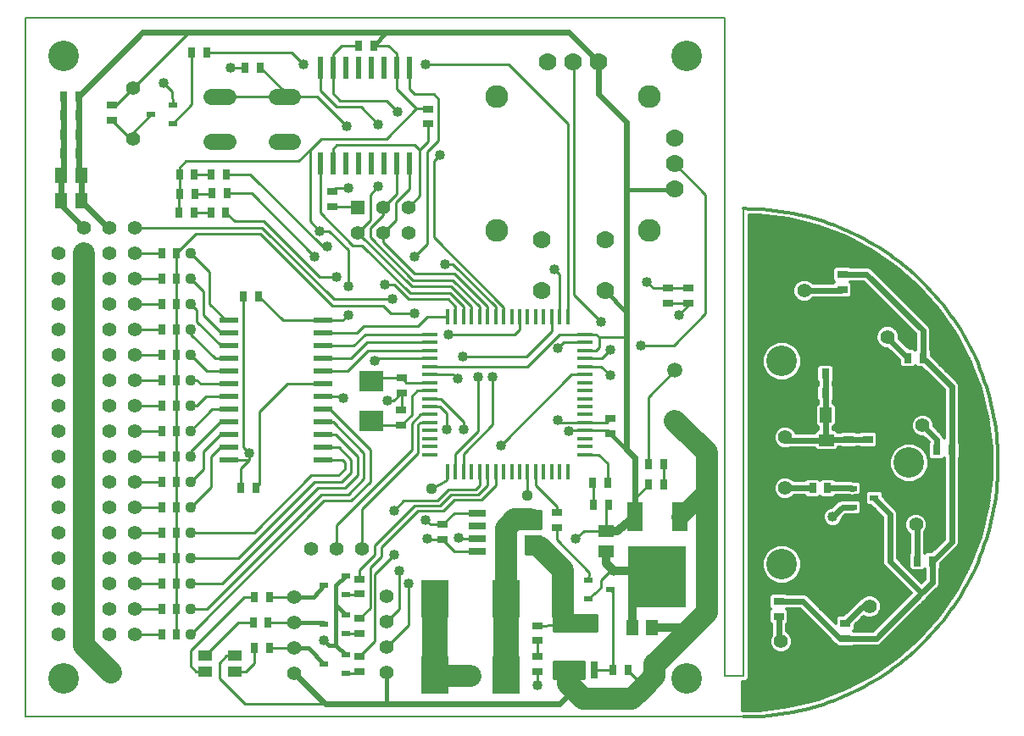
<source format=gtl>
G75*
%MOIN*%
%OFA0B0*%
%FSLAX24Y24*%
%IPPOS*%
%LPD*%
%AMOC8*
5,1,8,0,0,1.08239X$1,22.5*
%
%ADD10C,0.0120*%
%ADD11C,0.0080*%
%ADD12R,0.0394X0.0315*%
%ADD13R,0.0555X0.0555*%
%ADD14C,0.0555*%
%ADD15R,0.0315X0.0394*%
%ADD16R,0.0555X0.0555*%
%ADD17R,0.0591X0.0453*%
%ADD18R,0.0689X0.0256*%
%ADD19R,0.0453X0.0591*%
%ADD20R,0.0283X0.0701*%
%ADD21R,0.1100X0.1500*%
%ADD22C,0.1200*%
%ADD23C,0.0594*%
%ADD24R,0.0551X0.0433*%
%ADD25C,0.0900*%
%ADD26C,0.0700*%
%ADD27C,0.0640*%
%ADD28R,0.0236X0.0866*%
%ADD29R,0.0350X0.0236*%
%ADD30R,0.2283X0.2441*%
%ADD31R,0.0630X0.1181*%
%ADD32R,0.0160X0.0591*%
%ADD33R,0.0591X0.0160*%
%ADD34R,0.0945X0.0787*%
%ADD35R,0.0768X0.0217*%
%ADD36C,0.0440*%
%ADD37C,0.0240*%
%ADD38C,0.0100*%
%ADD39C,0.0400*%
%ADD40C,0.0320*%
%ADD41C,0.0160*%
%ADD42C,0.0860*%
%ADD43C,0.0700*%
%ADD44C,0.1000*%
%ADD45C,0.0650*%
%ADD46C,0.0436*%
D10*
X001556Y022274D02*
X001655Y022373D01*
X002245Y022373D02*
X002344Y022274D01*
X028400Y020974D02*
X028644Y020971D01*
X028887Y020962D01*
X029130Y020947D01*
X029373Y020927D01*
X029615Y020900D01*
X029856Y020867D01*
X030096Y020829D01*
X030336Y020785D01*
X030574Y020735D01*
X030811Y020679D01*
X031047Y020617D01*
X031281Y020550D01*
X031513Y020477D01*
X031744Y020398D01*
X031972Y020314D01*
X032199Y020224D01*
X032423Y020129D01*
X032645Y020028D01*
X032864Y019922D01*
X033080Y019811D01*
X033294Y019694D01*
X033505Y019573D01*
X033713Y019446D01*
X033918Y019314D01*
X034119Y019177D01*
X034317Y019035D01*
X034512Y018889D01*
X034703Y018738D01*
X034890Y018582D01*
X035073Y018422D01*
X035253Y018257D01*
X035428Y018088D01*
X035599Y017915D01*
X035766Y017737D01*
X035928Y017556D01*
X036086Y017371D01*
X036240Y017182D01*
X036389Y016989D01*
X036533Y016793D01*
X036672Y016593D01*
X036807Y016390D01*
X036936Y016183D01*
X037060Y015974D01*
X037179Y015762D01*
X037293Y015546D01*
X037402Y015329D01*
X037505Y015108D01*
X037603Y014885D01*
X037696Y014660D01*
X037783Y014432D01*
X037864Y014203D01*
X037940Y013971D01*
X038010Y013738D01*
X038075Y013503D01*
X038134Y013267D01*
X038187Y013029D01*
X038234Y012790D01*
X038275Y012550D01*
X038310Y012309D01*
X038340Y012068D01*
X038364Y011825D01*
X038381Y011582D01*
X038393Y011339D01*
X038399Y011096D01*
X038399Y010852D01*
X038393Y010609D01*
X038381Y010366D01*
X038364Y010123D01*
X038340Y009880D01*
X038310Y009639D01*
X038275Y009398D01*
X038234Y009158D01*
X038187Y008919D01*
X038134Y008681D01*
X038075Y008445D01*
X038010Y008210D01*
X037940Y007977D01*
X037864Y007745D01*
X037783Y007516D01*
X037696Y007288D01*
X037603Y007063D01*
X037505Y006840D01*
X037402Y006619D01*
X037293Y006402D01*
X037179Y006186D01*
X037060Y005974D01*
X036936Y005765D01*
X036807Y005558D01*
X036672Y005355D01*
X036533Y005155D01*
X036389Y004959D01*
X036240Y004766D01*
X036086Y004577D01*
X035928Y004392D01*
X035766Y004211D01*
X035599Y004033D01*
X035428Y003860D01*
X035253Y003691D01*
X035073Y003526D01*
X034890Y003366D01*
X034703Y003210D01*
X034512Y003059D01*
X034317Y002913D01*
X034119Y002771D01*
X033918Y002634D01*
X033713Y002502D01*
X033505Y002375D01*
X033294Y002254D01*
X033080Y002137D01*
X032864Y002026D01*
X032645Y001920D01*
X032423Y001819D01*
X032199Y001724D01*
X031972Y001634D01*
X031744Y001550D01*
X031513Y001471D01*
X031281Y001398D01*
X031047Y001331D01*
X030811Y001269D01*
X030574Y001213D01*
X030336Y001163D01*
X030096Y001119D01*
X029856Y001081D01*
X029615Y001048D01*
X029373Y001021D01*
X029130Y001001D01*
X028887Y000986D01*
X028644Y000977D01*
X028400Y000974D01*
X028400Y001214D02*
X028363Y001214D01*
X028344Y002354D01*
X028491Y002354D01*
X028620Y002483D01*
X028620Y020727D01*
X028989Y020716D01*
X030159Y020574D01*
X031304Y020292D01*
X032406Y019874D01*
X033449Y019327D01*
X034419Y018657D01*
X035301Y017875D01*
X036083Y016993D01*
X036752Y016023D01*
X037300Y014980D01*
X037718Y013878D01*
X038000Y012733D01*
X038142Y011563D01*
X038142Y010385D01*
X038000Y009215D01*
X037718Y008071D01*
X037300Y006969D01*
X036752Y005925D01*
X036083Y004955D01*
X035301Y004073D01*
X034419Y003291D01*
X033449Y002622D01*
X032406Y002074D01*
X031304Y001656D01*
X030159Y001374D01*
X028989Y001232D01*
X028400Y001214D01*
X028361Y001330D02*
X029794Y001330D01*
X030460Y001448D02*
X028359Y001448D01*
X028357Y001567D02*
X030941Y001567D01*
X031380Y001685D02*
X028355Y001685D01*
X028353Y001804D02*
X031693Y001804D01*
X032005Y001922D02*
X028351Y001922D01*
X028349Y002041D02*
X032318Y002041D01*
X032568Y002159D02*
X028347Y002159D01*
X028345Y002278D02*
X032794Y002278D01*
X033019Y002396D02*
X028533Y002396D01*
X028620Y002515D02*
X033245Y002515D01*
X033466Y002633D02*
X028620Y002633D01*
X028620Y002752D02*
X033637Y002752D01*
X033809Y002870D02*
X028620Y002870D01*
X028620Y002989D02*
X033981Y002989D01*
X034152Y003107D02*
X028620Y003107D01*
X028620Y003226D02*
X034324Y003226D01*
X034479Y003344D02*
X028620Y003344D01*
X028620Y003463D02*
X034613Y003463D01*
X034746Y003581D02*
X030150Y003581D01*
X030126Y003557D02*
X030255Y003686D01*
X030325Y003854D01*
X030325Y004036D01*
X030255Y004204D01*
X030126Y004333D01*
X030075Y004354D01*
X030075Y004620D01*
X030152Y004697D01*
X030152Y005161D01*
X030093Y005219D01*
X030605Y005219D01*
X032025Y003800D01*
X032060Y003785D01*
X032129Y003716D01*
X032671Y003716D01*
X032709Y003754D01*
X033664Y003754D01*
X033775Y003800D01*
X033859Y003884D01*
X035570Y005595D01*
X035654Y005679D01*
X035654Y005679D01*
X036075Y006099D01*
X036120Y006210D01*
X036120Y006790D01*
X036158Y006828D01*
X036158Y007012D01*
X036825Y007679D01*
X036870Y007789D01*
X036870Y011165D01*
X038142Y011165D01*
X038142Y011047D02*
X036870Y011047D01*
X036870Y011165D02*
X036908Y011203D01*
X036908Y011746D01*
X036870Y011783D01*
X036870Y014034D01*
X036825Y014144D01*
X036740Y014228D01*
X035783Y015186D01*
X035783Y015371D01*
X035745Y015408D01*
X035745Y016239D01*
X035700Y016349D01*
X035615Y016433D01*
X033484Y018564D01*
X033484Y018564D01*
X033400Y018649D01*
X033289Y018694D01*
X032584Y018694D01*
X032546Y018732D01*
X032004Y018732D01*
X031898Y018626D01*
X031898Y018162D01*
X031961Y018099D01*
X031907Y018045D01*
X031130Y018045D01*
X031042Y018133D01*
X030874Y018202D01*
X030692Y018202D01*
X030524Y018133D01*
X030395Y018004D01*
X030325Y017836D01*
X030325Y017654D01*
X030395Y017486D01*
X030524Y017357D01*
X030692Y017287D01*
X030874Y017287D01*
X031042Y017357D01*
X031130Y017445D01*
X032276Y017445D01*
X032328Y017466D01*
X032546Y017466D01*
X032652Y017572D01*
X032652Y018036D01*
X032593Y018094D01*
X033105Y018094D01*
X035145Y016055D01*
X035145Y015417D01*
X035087Y015476D01*
X034902Y015476D01*
X034514Y015865D01*
X034514Y016014D01*
X034444Y016182D01*
X034315Y016311D01*
X034147Y016381D01*
X033965Y016381D01*
X033797Y016311D01*
X033668Y016182D01*
X033599Y016014D01*
X033599Y015832D01*
X033668Y015664D01*
X033797Y015535D01*
X033965Y015466D01*
X034064Y015466D01*
X034517Y015012D01*
X034517Y014828D01*
X034623Y014722D01*
X035087Y014722D01*
X035150Y014786D01*
X035213Y014722D01*
X035398Y014722D01*
X036270Y013850D01*
X036270Y011973D01*
X036234Y012061D01*
X036150Y012145D01*
X035887Y012408D01*
X035887Y012532D01*
X035817Y012700D01*
X035689Y012829D01*
X035520Y012899D01*
X035338Y012899D01*
X035170Y012829D01*
X035042Y012700D01*
X034972Y012532D01*
X034972Y012350D01*
X031931Y012350D01*
X031931Y012374D02*
X031932Y012374D01*
X032038Y012479D01*
X032038Y013219D01*
X031932Y013324D01*
X031905Y013324D01*
X031905Y013415D01*
X031942Y013453D01*
X031942Y013996D01*
X031905Y014033D01*
X031905Y014165D01*
X031942Y014203D01*
X031942Y014746D01*
X031837Y014851D01*
X031373Y014851D01*
X031267Y014746D01*
X031267Y014203D01*
X031305Y014165D01*
X031305Y014033D01*
X031267Y013996D01*
X031267Y013453D01*
X031305Y013415D01*
X031305Y013299D01*
X031225Y013219D01*
X031225Y012479D01*
X031330Y012374D01*
X031331Y012374D01*
X031331Y012274D01*
X031280Y012274D01*
X031175Y012169D01*
X031175Y012168D01*
X030440Y012168D01*
X030413Y012233D01*
X030284Y012362D01*
X030116Y012432D01*
X029934Y012432D01*
X029766Y012362D01*
X029637Y012233D01*
X029568Y012065D01*
X029568Y011883D01*
X029637Y011715D01*
X029766Y011586D01*
X029934Y011517D01*
X030116Y011517D01*
X030240Y011568D01*
X031175Y011568D01*
X031175Y011567D01*
X031280Y011461D01*
X032020Y011461D01*
X032125Y011567D01*
X032125Y011594D01*
X032216Y011594D01*
X032254Y011557D01*
X032796Y011557D01*
X032834Y011594D01*
X032966Y011594D01*
X033004Y011557D01*
X033546Y011557D01*
X033652Y011662D01*
X033652Y012126D01*
X033546Y012232D01*
X033004Y012232D01*
X032966Y012194D01*
X032834Y012194D01*
X032796Y012232D01*
X032254Y012232D01*
X032216Y012194D01*
X032100Y012194D01*
X032020Y012274D01*
X031931Y012274D01*
X031931Y012374D01*
X032027Y012469D02*
X034972Y012469D01*
X034972Y012350D02*
X035042Y012182D01*
X035170Y012053D01*
X035338Y011984D01*
X035463Y011984D01*
X035672Y011775D01*
X035642Y011746D01*
X035642Y011220D01*
X035561Y011416D01*
X035342Y011635D01*
X035055Y011754D01*
X034745Y011754D01*
X034458Y011635D01*
X034239Y011416D01*
X034120Y011129D01*
X034120Y010819D01*
X034239Y010532D01*
X034458Y010313D01*
X034745Y010194D01*
X035055Y010194D01*
X035342Y010313D01*
X035561Y010532D01*
X035680Y010819D01*
X035680Y011129D01*
X035655Y011190D01*
X035748Y011097D01*
X036212Y011097D01*
X036270Y011156D01*
X036270Y007973D01*
X035773Y007476D01*
X035588Y007476D01*
X035530Y007417D01*
X035530Y008253D01*
X035558Y008282D01*
X035628Y008450D01*
X035628Y008632D01*
X035558Y008800D01*
X035430Y008929D01*
X035262Y008999D01*
X035080Y008999D01*
X034911Y008929D01*
X034783Y008800D01*
X034713Y008632D01*
X034713Y008450D01*
X034783Y008282D01*
X034911Y008153D01*
X034930Y008146D01*
X034930Y007408D01*
X034892Y007371D01*
X034892Y006828D01*
X034998Y006722D01*
X035462Y006722D01*
X035520Y006781D01*
X035520Y006394D01*
X035400Y006273D01*
X034450Y007223D01*
X034450Y008939D01*
X034451Y008995D01*
X034450Y008999D01*
X034450Y009003D01*
X034429Y009054D01*
X034408Y009107D01*
X034406Y009109D01*
X034404Y009113D01*
X034365Y009152D01*
X033880Y009661D01*
X033880Y009792D01*
X033775Y009897D01*
X033593Y009897D01*
X033592Y009898D01*
X033473Y009900D01*
X033464Y009897D01*
X033275Y009897D01*
X033170Y009792D01*
X033170Y009406D01*
X033275Y009301D01*
X033395Y009301D01*
X033850Y008823D01*
X033850Y007039D01*
X033896Y006929D01*
X033980Y006845D01*
X034976Y005849D01*
X033480Y004354D01*
X032718Y004354D01*
X032777Y004412D01*
X032777Y004597D01*
X033104Y004924D01*
X033258Y004861D01*
X033440Y004861D01*
X033608Y004930D01*
X033737Y005059D01*
X033806Y005227D01*
X033806Y005409D01*
X033737Y005577D01*
X033608Y005706D01*
X033440Y005776D01*
X033258Y005776D01*
X033090Y005706D01*
X032993Y005610D01*
X032904Y005572D01*
X032313Y004982D01*
X032129Y004982D01*
X032023Y004876D01*
X032023Y004650D01*
X030984Y005689D01*
X030900Y005774D01*
X030789Y005819D01*
X030084Y005819D01*
X030046Y005857D01*
X029504Y005857D01*
X029398Y005751D01*
X029398Y005287D01*
X029461Y005224D01*
X029398Y005161D01*
X029398Y004697D01*
X029475Y004620D01*
X029475Y004194D01*
X029410Y004036D01*
X029410Y003854D01*
X029479Y003686D01*
X029608Y003557D01*
X029776Y003487D01*
X029958Y003487D01*
X030126Y003557D01*
X030261Y003700D02*
X034880Y003700D01*
X035014Y003818D02*
X033793Y003818D01*
X033912Y003937D02*
X035148Y003937D01*
X035281Y004055D02*
X034030Y004055D01*
X034149Y004174D02*
X035391Y004174D01*
X035496Y004292D02*
X034267Y004292D01*
X034386Y004411D02*
X035601Y004411D01*
X035706Y004529D02*
X034504Y004529D01*
X034623Y004648D02*
X035811Y004648D01*
X035916Y004766D02*
X034741Y004766D01*
X034860Y004885D02*
X036021Y004885D01*
X036116Y005003D02*
X034978Y005003D01*
X035097Y005122D02*
X036198Y005122D01*
X036280Y005240D02*
X035215Y005240D01*
X035334Y005359D02*
X036362Y005359D01*
X036443Y005477D02*
X035452Y005477D01*
X035570Y005595D02*
X035570Y005595D01*
X035571Y005596D02*
X036525Y005596D01*
X036607Y005714D02*
X035689Y005714D01*
X035808Y005833D02*
X036689Y005833D01*
X036766Y005951D02*
X035926Y005951D01*
X036045Y006070D02*
X036828Y006070D01*
X036891Y006188D02*
X036111Y006188D01*
X036120Y006307D02*
X036953Y006307D01*
X037015Y006425D02*
X036120Y006425D01*
X036120Y006544D02*
X037077Y006544D01*
X037139Y006662D02*
X036120Y006662D01*
X036120Y006781D02*
X037202Y006781D01*
X037264Y006899D02*
X036158Y006899D01*
X036163Y007018D02*
X037319Y007018D01*
X037364Y007136D02*
X036282Y007136D01*
X036400Y007255D02*
X037409Y007255D01*
X037454Y007373D02*
X036519Y007373D01*
X036637Y007492D02*
X037499Y007492D01*
X037543Y007610D02*
X036756Y007610D01*
X036845Y007729D02*
X037588Y007729D01*
X037633Y007847D02*
X036870Y007847D01*
X036870Y007966D02*
X037678Y007966D01*
X037721Y008084D02*
X036870Y008084D01*
X036870Y008203D02*
X037751Y008203D01*
X037780Y008321D02*
X036870Y008321D01*
X036870Y008440D02*
X037809Y008440D01*
X037838Y008558D02*
X036870Y008558D01*
X036870Y008677D02*
X037867Y008677D01*
X037897Y008795D02*
X036870Y008795D01*
X036870Y008914D02*
X037926Y008914D01*
X037955Y009032D02*
X036870Y009032D01*
X036870Y009151D02*
X037984Y009151D01*
X038007Y009269D02*
X036870Y009269D01*
X036870Y009388D02*
X038021Y009388D01*
X038036Y009506D02*
X036870Y009506D01*
X036870Y009625D02*
X038050Y009625D01*
X038064Y009743D02*
X036870Y009743D01*
X036870Y009862D02*
X038079Y009862D01*
X038093Y009980D02*
X036870Y009980D01*
X036870Y010099D02*
X038107Y010099D01*
X038122Y010217D02*
X036870Y010217D01*
X036870Y010336D02*
X038136Y010336D01*
X038142Y010454D02*
X036870Y010454D01*
X036870Y010573D02*
X038142Y010573D01*
X038142Y010691D02*
X036870Y010691D01*
X036870Y010810D02*
X038142Y010810D01*
X038142Y010928D02*
X036870Y010928D01*
X036908Y011284D02*
X038142Y011284D01*
X038142Y011402D02*
X036908Y011402D01*
X036908Y011521D02*
X038142Y011521D01*
X038133Y011639D02*
X036908Y011639D01*
X036896Y011758D02*
X038119Y011758D01*
X038104Y011876D02*
X036870Y011876D01*
X036870Y011995D02*
X038090Y011995D01*
X038075Y012113D02*
X036870Y012113D01*
X036870Y012232D02*
X038061Y012232D01*
X038047Y012350D02*
X036870Y012350D01*
X036870Y012469D02*
X038032Y012469D01*
X038018Y012587D02*
X036870Y012587D01*
X036870Y012706D02*
X038004Y012706D01*
X037978Y012824D02*
X036870Y012824D01*
X036870Y012943D02*
X037949Y012943D01*
X037919Y013061D02*
X036870Y013061D01*
X036870Y013180D02*
X037890Y013180D01*
X037861Y013298D02*
X036870Y013298D01*
X036870Y013417D02*
X037832Y013417D01*
X037803Y013535D02*
X036870Y013535D01*
X036870Y013654D02*
X037773Y013654D01*
X037744Y013772D02*
X036870Y013772D01*
X036870Y013891D02*
X037713Y013891D01*
X037668Y014009D02*
X036870Y014009D01*
X036831Y014128D02*
X037623Y014128D01*
X037578Y014246D02*
X036723Y014246D01*
X036740Y014228D02*
X036740Y014228D01*
X036604Y014365D02*
X037533Y014365D01*
X037488Y014483D02*
X036486Y014483D01*
X036367Y014602D02*
X037444Y014602D01*
X037399Y014720D02*
X036249Y014720D01*
X036130Y014839D02*
X037354Y014839D01*
X037309Y014957D02*
X036012Y014957D01*
X035893Y015076D02*
X037250Y015076D01*
X037188Y015194D02*
X035783Y015194D01*
X035783Y015313D02*
X037125Y015313D01*
X037063Y015431D02*
X035745Y015431D01*
X035745Y015550D02*
X037001Y015550D01*
X036939Y015668D02*
X035745Y015668D01*
X035745Y015787D02*
X036877Y015787D01*
X036814Y015905D02*
X035745Y015905D01*
X035745Y016024D02*
X036752Y016024D01*
X036670Y016142D02*
X035745Y016142D01*
X035736Y016261D02*
X036589Y016261D01*
X036507Y016379D02*
X035669Y016379D01*
X035615Y016433D02*
X035615Y016433D01*
X035551Y016498D02*
X036425Y016498D01*
X036343Y016616D02*
X035432Y016616D01*
X035314Y016735D02*
X036261Y016735D01*
X036180Y016853D02*
X035195Y016853D01*
X035077Y016972D02*
X036098Y016972D01*
X035997Y017090D02*
X034958Y017090D01*
X034840Y017209D02*
X035892Y017209D01*
X035787Y017327D02*
X034721Y017327D01*
X034603Y017446D02*
X035682Y017446D01*
X035577Y017564D02*
X034484Y017564D01*
X034366Y017683D02*
X035472Y017683D01*
X035367Y017801D02*
X034247Y017801D01*
X034129Y017920D02*
X035251Y017920D01*
X035118Y018038D02*
X034010Y018038D01*
X033892Y018157D02*
X034984Y018157D01*
X034850Y018275D02*
X033773Y018275D01*
X033655Y018394D02*
X034716Y018394D01*
X034583Y018512D02*
X033536Y018512D01*
X033418Y018631D02*
X034449Y018631D01*
X034286Y018749D02*
X028620Y018749D01*
X028620Y018631D02*
X031902Y018631D01*
X031898Y018512D02*
X028620Y018512D01*
X028620Y018394D02*
X031898Y018394D01*
X031898Y018275D02*
X028620Y018275D01*
X028620Y018157D02*
X030582Y018157D01*
X030429Y018038D02*
X028620Y018038D01*
X028620Y017920D02*
X030360Y017920D01*
X030325Y017801D02*
X028620Y017801D01*
X028620Y017683D02*
X030325Y017683D01*
X030363Y017564D02*
X028620Y017564D01*
X028620Y017446D02*
X030435Y017446D01*
X030596Y017327D02*
X028620Y017327D01*
X028620Y017209D02*
X033991Y017209D01*
X033873Y017327D02*
X030970Y017327D01*
X030984Y018157D02*
X031904Y018157D01*
X032650Y018038D02*
X033162Y018038D01*
X033280Y017920D02*
X032652Y017920D01*
X032652Y017801D02*
X033399Y017801D01*
X033517Y017683D02*
X032652Y017683D01*
X032644Y017564D02*
X033636Y017564D01*
X033754Y017446D02*
X032278Y017446D01*
X033747Y016261D02*
X028620Y016261D01*
X028620Y016379D02*
X033962Y016379D01*
X034150Y016379D02*
X034821Y016379D01*
X034939Y016261D02*
X034365Y016261D01*
X034460Y016142D02*
X035058Y016142D01*
X035145Y016024D02*
X034510Y016024D01*
X034514Y015905D02*
X035145Y015905D01*
X035145Y015787D02*
X034591Y015787D01*
X034710Y015668D02*
X035145Y015668D01*
X035145Y015550D02*
X034828Y015550D01*
X035132Y015431D02*
X035145Y015431D01*
X034517Y014957D02*
X030680Y014957D01*
X030680Y014839D02*
X031360Y014839D01*
X031267Y014720D02*
X030639Y014720D01*
X030680Y014819D02*
X030561Y014532D01*
X030342Y014313D01*
X030055Y014194D01*
X029745Y014194D01*
X029458Y014313D01*
X029239Y014532D01*
X029120Y014819D01*
X029120Y015129D01*
X029239Y015416D01*
X029458Y015635D01*
X029745Y015754D01*
X030055Y015754D01*
X030342Y015635D01*
X030561Y015416D01*
X030680Y015129D01*
X030680Y014819D01*
X030590Y014602D02*
X031267Y014602D01*
X031267Y014483D02*
X030512Y014483D01*
X030394Y014365D02*
X031267Y014365D01*
X031267Y014246D02*
X030181Y014246D01*
X029619Y014246D02*
X028620Y014246D01*
X028620Y014128D02*
X031305Y014128D01*
X031281Y014009D02*
X028620Y014009D01*
X028620Y013891D02*
X031267Y013891D01*
X031267Y013772D02*
X028620Y013772D01*
X028620Y013654D02*
X031267Y013654D01*
X031267Y013535D02*
X028620Y013535D01*
X028620Y013417D02*
X031303Y013417D01*
X031304Y013298D02*
X028620Y013298D01*
X028620Y013180D02*
X031225Y013180D01*
X031225Y013061D02*
X028620Y013061D01*
X028620Y012943D02*
X031225Y012943D01*
X031225Y012824D02*
X028620Y012824D01*
X028620Y012706D02*
X031225Y012706D01*
X031225Y012587D02*
X028620Y012587D01*
X028620Y012469D02*
X031236Y012469D01*
X031331Y012350D02*
X030296Y012350D01*
X030414Y012232D02*
X031238Y012232D01*
X031221Y011521D02*
X030126Y011521D01*
X029924Y011521D02*
X028620Y011521D01*
X028620Y011639D02*
X029713Y011639D01*
X029619Y011758D02*
X028620Y011758D01*
X028620Y011876D02*
X029570Y011876D01*
X029568Y011995D02*
X028620Y011995D01*
X028620Y012113D02*
X029587Y012113D01*
X029636Y012232D02*
X028620Y012232D01*
X028620Y012350D02*
X029754Y012350D01*
X028620Y011402D02*
X034233Y011402D01*
X034184Y011284D02*
X028620Y011284D01*
X028620Y011165D02*
X034135Y011165D01*
X034120Y011047D02*
X028620Y011047D01*
X028620Y010928D02*
X034120Y010928D01*
X034124Y010810D02*
X028620Y010810D01*
X028620Y010691D02*
X034173Y010691D01*
X034222Y010573D02*
X028620Y010573D01*
X028620Y010454D02*
X034317Y010454D01*
X034435Y010336D02*
X031943Y010336D01*
X031927Y010351D02*
X031463Y010351D01*
X031400Y010288D01*
X031337Y010351D01*
X030873Y010351D01*
X030796Y010274D01*
X030372Y010274D01*
X030284Y010362D01*
X030116Y010432D01*
X029934Y010432D01*
X029766Y010362D01*
X029637Y010233D01*
X029568Y010065D01*
X029568Y009883D01*
X029637Y009715D01*
X029766Y009586D01*
X029934Y009517D01*
X030116Y009517D01*
X030284Y009586D01*
X030372Y009674D01*
X030796Y009674D01*
X030873Y009597D01*
X031337Y009597D01*
X031400Y009661D01*
X031463Y009597D01*
X031927Y009597D01*
X032004Y009674D01*
X032569Y009674D01*
X032572Y009673D01*
X032735Y009673D01*
X032739Y009675D01*
X032925Y009675D01*
X033030Y009780D01*
X033030Y010166D01*
X032925Y010271D01*
X032739Y010271D01*
X032735Y010273D01*
X032692Y010273D01*
X032690Y010274D01*
X032004Y010274D01*
X031927Y010351D01*
X031448Y010336D02*
X031352Y010336D01*
X030857Y010336D02*
X030310Y010336D01*
X029740Y010336D02*
X028620Y010336D01*
X028620Y010217D02*
X029630Y010217D01*
X029581Y010099D02*
X028620Y010099D01*
X028620Y009980D02*
X029568Y009980D01*
X029576Y009862D02*
X028620Y009862D01*
X028620Y009743D02*
X029626Y009743D01*
X029728Y009625D02*
X028620Y009625D01*
X028620Y009506D02*
X032171Y009506D01*
X032216Y009525D02*
X032106Y009479D01*
X031856Y009229D01*
X031824Y009229D01*
X031685Y009171D01*
X031578Y009064D01*
X031520Y008925D01*
X031520Y008774D01*
X031578Y008634D01*
X031685Y008527D01*
X031824Y008469D01*
X031976Y008469D01*
X032115Y008527D01*
X032222Y008634D01*
X032280Y008774D01*
X032280Y008805D01*
X032400Y008925D01*
X032735Y008925D01*
X032739Y008927D01*
X032925Y008927D01*
X033030Y009032D01*
X033651Y009032D01*
X033764Y008914D02*
X032389Y008914D01*
X032280Y008795D02*
X033850Y008795D01*
X033850Y008677D02*
X032240Y008677D01*
X032146Y008558D02*
X033850Y008558D01*
X033850Y008440D02*
X028620Y008440D01*
X028620Y008558D02*
X031654Y008558D01*
X031560Y008677D02*
X028620Y008677D01*
X028620Y008795D02*
X031520Y008795D01*
X031520Y008914D02*
X028620Y008914D01*
X028620Y009032D02*
X031565Y009032D01*
X031664Y009151D02*
X028620Y009151D01*
X028620Y009269D02*
X031896Y009269D01*
X032014Y009388D02*
X028620Y009388D01*
X028620Y008321D02*
X033850Y008321D01*
X033850Y008203D02*
X028620Y008203D01*
X028620Y008084D02*
X033850Y008084D01*
X033850Y007966D02*
X028620Y007966D01*
X028620Y007847D02*
X033850Y007847D01*
X033850Y007729D02*
X030117Y007729D01*
X030055Y007754D02*
X030342Y007635D01*
X030561Y007416D01*
X030680Y007129D01*
X030680Y006819D01*
X030561Y006532D01*
X030342Y006313D01*
X030055Y006194D01*
X029745Y006194D01*
X029458Y006313D01*
X029239Y006532D01*
X029120Y006819D01*
X029120Y007129D01*
X029239Y007416D01*
X029458Y007635D01*
X029745Y007754D01*
X030055Y007754D01*
X030367Y007610D02*
X033850Y007610D01*
X033850Y007492D02*
X030486Y007492D01*
X030579Y007373D02*
X033850Y007373D01*
X033850Y007255D02*
X030628Y007255D01*
X030677Y007136D02*
X033850Y007136D01*
X033859Y007018D02*
X030680Y007018D01*
X030680Y006899D02*
X033926Y006899D01*
X034044Y006781D02*
X030664Y006781D01*
X030615Y006662D02*
X034163Y006662D01*
X034281Y006544D02*
X030566Y006544D01*
X030454Y006425D02*
X034400Y006425D01*
X034518Y006307D02*
X030327Y006307D01*
X030071Y005833D02*
X034959Y005833D01*
X034874Y005951D02*
X028620Y005951D01*
X028620Y005833D02*
X029479Y005833D01*
X029398Y005714D02*
X028620Y005714D01*
X028620Y005596D02*
X029398Y005596D01*
X029398Y005477D02*
X028620Y005477D01*
X028620Y005359D02*
X029398Y005359D01*
X029445Y005240D02*
X028620Y005240D01*
X028620Y005122D02*
X029398Y005122D01*
X029398Y005003D02*
X028620Y005003D01*
X028620Y004885D02*
X029398Y004885D01*
X029398Y004766D02*
X028620Y004766D01*
X028620Y004648D02*
X029447Y004648D01*
X029475Y004529D02*
X028620Y004529D01*
X028620Y004411D02*
X029475Y004411D01*
X029475Y004292D02*
X028620Y004292D01*
X028620Y004174D02*
X029467Y004174D01*
X029418Y004055D02*
X028620Y004055D01*
X028620Y003937D02*
X029410Y003937D01*
X029424Y003818D02*
X028620Y003818D01*
X028620Y003700D02*
X029473Y003700D01*
X029584Y003581D02*
X028620Y003581D01*
X030075Y004411D02*
X031414Y004411D01*
X031296Y004529D02*
X030075Y004529D01*
X030103Y004648D02*
X031177Y004648D01*
X031059Y004766D02*
X030152Y004766D01*
X030152Y004885D02*
X030940Y004885D01*
X030822Y005003D02*
X030152Y005003D01*
X030152Y005122D02*
X030703Y005122D01*
X031078Y005596D02*
X032960Y005596D01*
X033110Y005714D02*
X030959Y005714D01*
X031196Y005477D02*
X032808Y005477D01*
X032690Y005359D02*
X031315Y005359D01*
X031433Y005240D02*
X032571Y005240D01*
X032453Y005122D02*
X031552Y005122D01*
X031670Y005003D02*
X032334Y005003D01*
X032031Y004885D02*
X031789Y004885D01*
X031907Y004766D02*
X032023Y004766D01*
X031533Y004292D02*
X030167Y004292D01*
X030267Y004174D02*
X031651Y004174D01*
X031770Y004055D02*
X030316Y004055D01*
X030325Y003937D02*
X031888Y003937D01*
X032007Y003818D02*
X030310Y003818D01*
X032775Y004411D02*
X033537Y004411D01*
X033656Y004529D02*
X032777Y004529D01*
X032827Y004648D02*
X033774Y004648D01*
X033893Y004766D02*
X032946Y004766D01*
X033064Y004885D02*
X033200Y004885D01*
X033498Y004885D02*
X034011Y004885D01*
X034130Y005003D02*
X033681Y005003D01*
X033763Y005122D02*
X034248Y005122D01*
X034367Y005240D02*
X033806Y005240D01*
X033806Y005359D02*
X034485Y005359D01*
X034604Y005477D02*
X033778Y005477D01*
X033718Y005596D02*
X034722Y005596D01*
X034841Y005714D02*
X033588Y005714D01*
X034637Y006188D02*
X028620Y006188D01*
X028620Y006070D02*
X034755Y006070D01*
X035130Y006544D02*
X035520Y006544D01*
X035520Y006662D02*
X035011Y006662D01*
X034939Y006781D02*
X034893Y006781D01*
X034892Y006899D02*
X034774Y006899D01*
X034656Y007018D02*
X034892Y007018D01*
X034892Y007136D02*
X034537Y007136D01*
X034450Y007255D02*
X034892Y007255D01*
X034895Y007373D02*
X034450Y007373D01*
X034450Y007492D02*
X034930Y007492D01*
X034930Y007610D02*
X034450Y007610D01*
X034450Y007729D02*
X034930Y007729D01*
X034930Y007847D02*
X034450Y007847D01*
X034450Y007966D02*
X034930Y007966D01*
X034930Y008084D02*
X034450Y008084D01*
X034450Y008203D02*
X034862Y008203D01*
X034767Y008321D02*
X034450Y008321D01*
X034450Y008440D02*
X034717Y008440D01*
X034713Y008558D02*
X034450Y008558D01*
X034450Y008677D02*
X034732Y008677D01*
X034781Y008795D02*
X034450Y008795D01*
X034450Y008914D02*
X034896Y008914D01*
X035445Y008914D02*
X036270Y008914D01*
X036270Y009032D02*
X034438Y009032D01*
X034366Y009151D02*
X036270Y009151D01*
X036270Y009269D02*
X034254Y009269D01*
X034141Y009388D02*
X036270Y009388D01*
X036270Y009506D02*
X034028Y009506D01*
X033915Y009625D02*
X036270Y009625D01*
X036270Y009743D02*
X033880Y009743D01*
X033810Y009862D02*
X036270Y009862D01*
X036270Y009980D02*
X033030Y009980D01*
X033030Y009862D02*
X033240Y009862D01*
X033170Y009743D02*
X032993Y009743D01*
X033170Y009625D02*
X031955Y009625D01*
X032216Y009525D02*
X032735Y009525D01*
X032739Y009523D01*
X032925Y009523D01*
X033030Y009418D01*
X033030Y009032D01*
X033030Y009151D02*
X033538Y009151D01*
X033425Y009269D02*
X033030Y009269D01*
X033030Y009388D02*
X033189Y009388D01*
X033170Y009506D02*
X032942Y009506D01*
X033030Y010099D02*
X036270Y010099D01*
X036270Y010217D02*
X035111Y010217D01*
X035365Y010336D02*
X036270Y010336D01*
X036270Y010454D02*
X035483Y010454D01*
X035578Y010573D02*
X036270Y010573D01*
X036270Y010691D02*
X035627Y010691D01*
X035676Y010810D02*
X036270Y010810D01*
X036270Y010928D02*
X035680Y010928D01*
X035680Y011047D02*
X036270Y011047D01*
X035680Y011165D02*
X035665Y011165D01*
X035642Y011284D02*
X035616Y011284D01*
X035642Y011402D02*
X035567Y011402D01*
X035642Y011521D02*
X035457Y011521D01*
X035333Y011639D02*
X035642Y011639D01*
X035654Y011758D02*
X033652Y011758D01*
X033652Y011876D02*
X035570Y011876D01*
X035312Y011995D02*
X033652Y011995D01*
X033652Y012113D02*
X035110Y012113D01*
X035021Y012232D02*
X033547Y012232D01*
X033003Y012232D02*
X032797Y012232D01*
X032253Y012232D02*
X032062Y012232D01*
X032038Y012587D02*
X034995Y012587D01*
X035047Y012706D02*
X032038Y012706D01*
X032038Y012824D02*
X035165Y012824D01*
X035693Y012824D02*
X036270Y012824D01*
X036270Y012706D02*
X035812Y012706D01*
X035864Y012587D02*
X036270Y012587D01*
X036270Y012469D02*
X035887Y012469D01*
X035945Y012350D02*
X036270Y012350D01*
X036270Y012232D02*
X036063Y012232D01*
X036182Y012113D02*
X036270Y012113D01*
X036261Y011995D02*
X036270Y011995D01*
X036270Y012943D02*
X032038Y012943D01*
X032038Y013061D02*
X036270Y013061D01*
X036270Y013180D02*
X032038Y013180D01*
X031958Y013298D02*
X036270Y013298D01*
X036270Y013417D02*
X031906Y013417D01*
X031942Y013535D02*
X036270Y013535D01*
X036270Y013654D02*
X031942Y013654D01*
X031942Y013772D02*
X036270Y013772D01*
X036229Y013891D02*
X031942Y013891D01*
X031929Y014009D02*
X036111Y014009D01*
X035992Y014128D02*
X031905Y014128D01*
X031942Y014246D02*
X035874Y014246D01*
X035755Y014365D02*
X031942Y014365D01*
X031942Y014483D02*
X035637Y014483D01*
X035518Y014602D02*
X031942Y014602D01*
X031942Y014720D02*
X035400Y014720D01*
X034517Y014839D02*
X031849Y014839D01*
X030680Y015076D02*
X034454Y015076D01*
X034335Y015194D02*
X030653Y015194D01*
X030604Y015313D02*
X034217Y015313D01*
X034098Y015431D02*
X030546Y015431D01*
X030428Y015550D02*
X033782Y015550D01*
X033666Y015668D02*
X030263Y015668D01*
X029537Y015668D02*
X028620Y015668D01*
X028620Y015550D02*
X029372Y015550D01*
X029254Y015431D02*
X028620Y015431D01*
X028620Y015313D02*
X029196Y015313D01*
X029147Y015194D02*
X028620Y015194D01*
X028620Y015076D02*
X029120Y015076D01*
X029120Y014957D02*
X028620Y014957D01*
X028620Y014839D02*
X029120Y014839D01*
X029161Y014720D02*
X028620Y014720D01*
X028620Y014602D02*
X029210Y014602D01*
X029288Y014483D02*
X028620Y014483D01*
X028620Y014365D02*
X029406Y014365D01*
X028620Y015787D02*
X033617Y015787D01*
X033599Y015905D02*
X028620Y015905D01*
X028620Y016024D02*
X033603Y016024D01*
X033652Y016142D02*
X028620Y016142D01*
X028620Y016498D02*
X034702Y016498D01*
X034584Y016616D02*
X028620Y016616D01*
X028620Y016735D02*
X034465Y016735D01*
X034347Y016853D02*
X028620Y016853D01*
X028620Y016972D02*
X034228Y016972D01*
X034110Y017090D02*
X028620Y017090D01*
X028620Y018868D02*
X034114Y018868D01*
X033942Y018986D02*
X028620Y018986D01*
X028620Y019105D02*
X033771Y019105D01*
X033599Y019223D02*
X028620Y019223D01*
X028620Y019342D02*
X033420Y019342D01*
X033195Y019460D02*
X028620Y019460D01*
X028620Y019579D02*
X032969Y019579D01*
X032743Y019697D02*
X028620Y019697D01*
X028620Y019816D02*
X032517Y019816D01*
X032248Y019934D02*
X028620Y019934D01*
X028620Y020053D02*
X031935Y020053D01*
X031623Y020171D02*
X028620Y020171D01*
X028620Y020290D02*
X031310Y020290D01*
X030833Y020408D02*
X028620Y020408D01*
X028620Y020527D02*
X030352Y020527D01*
X029575Y020645D02*
X028620Y020645D01*
X033629Y011639D02*
X034467Y011639D01*
X034343Y011521D02*
X032079Y011521D01*
X032979Y010217D02*
X034689Y010217D01*
X035561Y008795D02*
X036270Y008795D01*
X036270Y008677D02*
X035610Y008677D01*
X035628Y008558D02*
X036270Y008558D01*
X036270Y008440D02*
X035624Y008440D01*
X035575Y008321D02*
X036270Y008321D01*
X036270Y008203D02*
X035530Y008203D01*
X035530Y008084D02*
X036270Y008084D01*
X036263Y007966D02*
X035530Y007966D01*
X035530Y007847D02*
X036144Y007847D01*
X036026Y007729D02*
X035530Y007729D01*
X035530Y007610D02*
X035907Y007610D01*
X035789Y007492D02*
X035530Y007492D01*
X035520Y006781D02*
X035520Y006781D01*
X035520Y006425D02*
X035248Y006425D01*
X035367Y006307D02*
X035433Y006307D01*
X031436Y009625D02*
X031364Y009625D01*
X030845Y009625D02*
X030322Y009625D01*
X029683Y007729D02*
X028620Y007729D01*
X028620Y007610D02*
X029433Y007610D01*
X029314Y007492D02*
X028620Y007492D01*
X028620Y007373D02*
X029221Y007373D01*
X029172Y007255D02*
X028620Y007255D01*
X028620Y007136D02*
X029123Y007136D01*
X029120Y007018D02*
X028620Y007018D01*
X028620Y006899D02*
X029120Y006899D01*
X029136Y006781D02*
X028620Y006781D01*
X028620Y006662D02*
X029185Y006662D01*
X029234Y006544D02*
X028620Y006544D01*
X028620Y006425D02*
X029346Y006425D01*
X029473Y006307D02*
X028620Y006307D01*
D11*
X028400Y000974D02*
X000150Y000974D01*
X000150Y028474D01*
X027650Y028474D01*
X027650Y002574D01*
X028400Y002574D01*
X028400Y020974D01*
D12*
X026213Y017844D03*
X026213Y017254D03*
X025413Y017254D03*
X025413Y017844D03*
X023163Y012719D03*
X023163Y012129D03*
X021050Y009019D03*
X021050Y008429D03*
X020275Y004569D03*
X020275Y003979D03*
X020275Y003344D03*
X020275Y002754D03*
X016550Y007954D03*
X016550Y008544D03*
X013300Y006407D03*
X013300Y005816D03*
X013288Y004844D03*
X013288Y004254D03*
X013300Y003344D03*
X013300Y002754D03*
X014925Y012454D03*
X014925Y013044D03*
X014938Y013729D03*
X014938Y014319D03*
X012213Y021054D03*
X012213Y021644D03*
X016000Y024316D03*
X016000Y024907D03*
X003538Y025044D03*
X003538Y024454D03*
X029775Y005519D03*
X029775Y004929D03*
X032400Y004644D03*
X032400Y004054D03*
X032525Y011304D03*
X032525Y011894D03*
X033275Y011894D03*
X033275Y011304D03*
X032275Y017804D03*
X032275Y018394D03*
D13*
X013213Y021037D03*
D14*
X014213Y021037D03*
X015213Y021037D03*
X015213Y020037D03*
X014213Y020037D03*
X013213Y020037D03*
X004450Y020224D03*
X004450Y019224D03*
X004450Y018224D03*
X003450Y018224D03*
X002450Y018224D03*
X001450Y018224D03*
X001450Y019224D03*
X002450Y019224D03*
X003450Y019224D03*
X003450Y020224D03*
X002450Y020224D03*
X002450Y017224D03*
X003450Y017224D03*
X003450Y016224D03*
X002450Y016224D03*
X002450Y015224D03*
X003450Y015224D03*
X003450Y014224D03*
X002450Y014224D03*
X002450Y013224D03*
X003450Y013224D03*
X003450Y012224D03*
X002450Y012224D03*
X002450Y011224D03*
X003450Y011224D03*
X003450Y010224D03*
X002450Y010224D03*
X002450Y009224D03*
X003450Y009224D03*
X003450Y008224D03*
X002450Y008224D03*
X002450Y007224D03*
X003450Y007224D03*
X003450Y006224D03*
X002450Y006224D03*
X002450Y005224D03*
X003450Y005224D03*
X003450Y004224D03*
X002450Y004224D03*
X001450Y004224D03*
X001450Y005224D03*
X001450Y006224D03*
X001450Y007224D03*
X001450Y008224D03*
X001450Y009224D03*
X001450Y010224D03*
X001450Y011224D03*
X001450Y012224D03*
X001450Y013224D03*
X001450Y014224D03*
X001450Y015224D03*
X001450Y016224D03*
X001450Y017224D03*
X004450Y017224D03*
X004450Y016224D03*
X004450Y015224D03*
X004450Y014224D03*
X004450Y013224D03*
X004450Y012224D03*
X004450Y011224D03*
X004450Y010224D03*
X004450Y009224D03*
X004450Y008224D03*
X004450Y007224D03*
X004450Y006224D03*
X004450Y005224D03*
X004450Y004224D03*
X010725Y004699D03*
X010725Y003699D03*
X010725Y002699D03*
X010725Y005699D03*
X011400Y007599D03*
X012400Y007599D03*
X013400Y007599D03*
X014350Y005724D03*
X014350Y004724D03*
X014350Y003724D03*
X014350Y002724D03*
X029867Y003945D03*
X033349Y005318D03*
X035171Y008541D03*
X035429Y012441D03*
X034056Y015923D03*
X030783Y017745D03*
X030025Y011974D03*
X030025Y010974D03*
X030025Y009974D03*
X004375Y023712D03*
X004375Y025712D03*
D15*
X006680Y027124D03*
X007270Y027124D03*
X008792Y026524D03*
X009383Y026524D03*
X013255Y027399D03*
X013845Y027399D03*
X008058Y022324D03*
X007467Y022324D03*
X006795Y022312D03*
X006205Y022312D03*
X006217Y021562D03*
X006808Y021562D03*
X007492Y021574D03*
X008083Y021574D03*
X008033Y020824D03*
X007442Y020824D03*
X006783Y020812D03*
X006192Y020812D03*
X006095Y019224D03*
X005505Y019224D03*
X005505Y018224D03*
X006095Y018224D03*
X006095Y017224D03*
X005505Y017224D03*
X005505Y016224D03*
X006095Y016224D03*
X006095Y015224D03*
X005505Y015224D03*
X005505Y014224D03*
X006095Y014224D03*
X006095Y013224D03*
X005505Y013224D03*
X005505Y012224D03*
X006095Y012224D03*
X006095Y011224D03*
X005505Y011224D03*
X005505Y010224D03*
X006095Y010224D03*
X006095Y009224D03*
X005505Y009224D03*
X005505Y008224D03*
X006095Y008224D03*
X006095Y007224D03*
X005505Y007224D03*
X005505Y006224D03*
X006095Y006224D03*
X006095Y005224D03*
X005505Y005224D03*
X005505Y004224D03*
X006095Y004224D03*
X009105Y004699D03*
X009695Y004699D03*
X009745Y005699D03*
X009155Y005699D03*
X009155Y003674D03*
X009745Y003674D03*
X009208Y009974D03*
X008617Y009974D03*
X008730Y017537D03*
X009320Y017537D03*
X002245Y023149D03*
X001655Y023149D03*
X001655Y023899D03*
X002245Y023899D03*
X002245Y024649D03*
X001655Y024649D03*
X001655Y025399D03*
X002245Y025399D03*
X022455Y010199D03*
X023045Y010199D03*
X023070Y009324D03*
X022480Y009324D03*
X024655Y010112D03*
X025245Y010112D03*
X025245Y010912D03*
X024655Y010912D03*
X031105Y009974D03*
X031695Y009974D03*
X035230Y007099D03*
X035820Y007099D03*
X035980Y011474D03*
X036570Y011474D03*
X035445Y015099D03*
X034855Y015099D03*
X032195Y014474D03*
X031605Y014474D03*
X031605Y013724D03*
X032195Y013724D03*
X023845Y002824D03*
X023255Y002824D03*
D16*
G36*
X030494Y004399D02*
X031028Y004543D01*
X031172Y004009D01*
X030638Y003865D01*
X030494Y004399D01*
G37*
G36*
X033665Y006025D02*
X034056Y006416D01*
X034447Y006025D01*
X034056Y005634D01*
X033665Y006025D01*
G37*
G36*
X035090Y009312D02*
X035234Y009846D01*
X035768Y009702D01*
X035624Y009168D01*
X035090Y009312D01*
G37*
G36*
X034976Y013068D02*
X034832Y013602D01*
X035366Y013746D01*
X035510Y013212D01*
X034976Y013068D01*
G37*
G36*
X033349Y016239D02*
X032958Y016630D01*
X033349Y017021D01*
X033740Y016630D01*
X033349Y016239D01*
G37*
G36*
X030012Y017665D02*
X029478Y017809D01*
X029622Y018343D01*
X030156Y018199D01*
X030012Y017665D01*
G37*
D17*
X031650Y011868D03*
X031650Y011080D03*
X022975Y008293D03*
X022975Y007505D03*
D18*
X020127Y007499D03*
X020127Y007999D03*
X020127Y008499D03*
X020127Y008999D03*
X017923Y008999D03*
X017923Y008499D03*
X017923Y007999D03*
X017923Y007499D03*
D19*
X024006Y004474D03*
X024794Y004474D03*
X031631Y012849D03*
X032419Y012849D03*
X002344Y021274D03*
X001556Y021274D03*
X001556Y022274D03*
X002344Y022274D03*
D20*
X021025Y004670D03*
X021525Y004670D03*
X022025Y004670D03*
X022525Y004670D03*
X022525Y002828D03*
X022025Y002828D03*
X021525Y002828D03*
X021025Y002828D03*
D21*
X019055Y002624D03*
X016245Y002624D03*
X016245Y005624D03*
X019055Y005624D03*
D22*
X026150Y002474D03*
X029900Y006974D03*
X034900Y010974D03*
X029900Y014974D03*
X026150Y026974D03*
X001650Y026974D03*
X001650Y002474D03*
D23*
X025700Y012640D03*
X025700Y014608D03*
D24*
X008391Y003389D03*
X008391Y002759D03*
X007209Y002759D03*
X007209Y003389D03*
D25*
X018688Y020124D03*
X024688Y020124D03*
X024688Y025374D03*
X018688Y025374D03*
D26*
X020688Y026749D03*
X021688Y026749D03*
X022688Y026749D03*
X025688Y023749D03*
X025688Y022749D03*
X025688Y021749D03*
X022938Y019749D03*
X022938Y017749D03*
X020438Y017749D03*
X020438Y019749D03*
D27*
X010663Y023609D02*
X010023Y023609D01*
X010023Y025389D02*
X010663Y025389D01*
X008103Y025389D02*
X007463Y025389D01*
X007463Y023609D02*
X008103Y023609D01*
D28*
X011738Y022759D03*
X012238Y022759D03*
X012738Y022759D03*
X013238Y022759D03*
X013738Y022759D03*
X014238Y022759D03*
X014738Y022759D03*
X015238Y022759D03*
X015238Y026529D03*
X014738Y026529D03*
X014238Y026529D03*
X013738Y026529D03*
X013238Y026529D03*
X012738Y026529D03*
X012238Y026529D03*
X011738Y026529D03*
D29*
X005938Y025073D03*
X005938Y024325D03*
X005088Y024699D03*
X012750Y006523D03*
X012750Y005775D03*
X012750Y004998D03*
X011900Y004624D03*
X012750Y004250D03*
X012750Y003423D03*
X012750Y002675D03*
X011900Y003049D03*
X011900Y006149D03*
X022300Y006373D03*
X023150Y005999D03*
X022300Y005625D03*
X032675Y009225D03*
X033525Y009599D03*
X032675Y009973D03*
D30*
X025000Y006499D03*
D31*
X024102Y008857D03*
X025898Y008857D03*
D32*
X021475Y010610D03*
X021160Y010610D03*
X020845Y010610D03*
X020530Y010610D03*
X020215Y010610D03*
X019900Y010610D03*
X019585Y010610D03*
X019270Y010610D03*
X018955Y010610D03*
X018640Y010610D03*
X018325Y010610D03*
X018010Y010610D03*
X017695Y010610D03*
X017380Y010610D03*
X017065Y010610D03*
X016750Y010610D03*
X016750Y016713D03*
X017065Y016713D03*
X017380Y016713D03*
X017695Y016713D03*
X018010Y016713D03*
X018325Y016713D03*
X018640Y016713D03*
X018955Y016713D03*
X019270Y016713D03*
X019585Y016713D03*
X019900Y016713D03*
X020215Y016713D03*
X020530Y016713D03*
X020845Y016713D03*
X021160Y016713D03*
X021475Y016713D03*
D33*
X022164Y016024D03*
X022164Y015709D03*
X022164Y015394D03*
X022164Y015079D03*
X022164Y014764D03*
X022164Y014449D03*
X022164Y014134D03*
X022164Y013819D03*
X022164Y013504D03*
X022164Y013189D03*
X022164Y012874D03*
X022164Y012559D03*
X022164Y012244D03*
X022164Y011929D03*
X022164Y011614D03*
X022164Y011299D03*
X016061Y011299D03*
X016061Y011614D03*
X016061Y011929D03*
X016061Y012244D03*
X016061Y012559D03*
X016061Y012874D03*
X016061Y013189D03*
X016061Y013504D03*
X016061Y013819D03*
X016061Y014134D03*
X016061Y014449D03*
X016061Y014764D03*
X016061Y015079D03*
X016061Y015394D03*
X016061Y015709D03*
X016061Y016024D03*
D34*
X013750Y014187D03*
X013750Y012612D03*
D35*
X011863Y012574D03*
X011863Y012074D03*
X011863Y011574D03*
X011863Y011074D03*
X011863Y013074D03*
X011863Y013574D03*
X011863Y014074D03*
X011863Y014574D03*
X011863Y015074D03*
X011863Y015574D03*
X011863Y016074D03*
X011863Y016574D03*
X008162Y016574D03*
X008162Y016074D03*
X008162Y015574D03*
X008162Y015074D03*
X008162Y014574D03*
X008162Y014074D03*
X008162Y013574D03*
X008162Y013074D03*
X008162Y012574D03*
X008162Y012074D03*
X008162Y011574D03*
X008162Y011074D03*
D36*
X016125Y009962D03*
X019875Y009687D03*
D37*
X020025Y008749D02*
X020127Y008647D01*
X020127Y008499D01*
X024102Y009287D02*
X024102Y011189D01*
X023790Y011501D01*
X023790Y015912D01*
X023790Y016897D01*
X023790Y021724D01*
X023790Y024397D01*
X022688Y025499D01*
X022688Y026749D01*
X021525Y027912D01*
X014358Y027912D01*
X006650Y027912D01*
X004758Y027912D01*
X002245Y025399D01*
X002245Y024649D01*
X002245Y023899D01*
X002245Y023149D01*
X002245Y022373D01*
X002344Y022274D02*
X002344Y021274D01*
X003394Y020224D01*
X003450Y020224D01*
X002450Y020224D02*
X001556Y021118D01*
X001556Y021274D01*
X001556Y022274D01*
X001655Y022373D02*
X001655Y023149D01*
X001655Y023899D01*
X001655Y024649D01*
X001655Y025399D01*
X010725Y002699D02*
X011950Y001474D01*
X014350Y001474D01*
X021150Y001474D01*
X021700Y002024D01*
X029775Y004037D02*
X029867Y003945D01*
X029775Y004037D02*
X029775Y004929D01*
X029775Y005519D02*
X030730Y005519D01*
X032195Y004054D01*
X032400Y004054D01*
X033605Y004054D01*
X035400Y005849D01*
X034150Y007099D01*
X034150Y008943D01*
X033525Y009599D01*
X032675Y009225D02*
X032276Y009225D01*
X031900Y008849D01*
X031695Y009974D02*
X032630Y009974D01*
X032631Y009973D01*
X032675Y009973D01*
X031105Y009974D02*
X030025Y009974D01*
X030131Y011868D02*
X031650Y011868D01*
X031677Y011894D01*
X032525Y011894D01*
X033275Y011894D01*
X031650Y011868D02*
X031631Y011913D01*
X031631Y012849D01*
X031605Y012876D01*
X031605Y013724D01*
X031605Y014474D01*
X034056Y015898D02*
X034855Y015099D01*
X035445Y015099D02*
X036570Y013974D01*
X036570Y011474D01*
X036570Y007849D01*
X035820Y007099D01*
X035820Y006269D01*
X035400Y005849D01*
X035230Y007099D02*
X035230Y008482D01*
X035171Y008541D01*
X035980Y011474D02*
X035980Y011891D01*
X035429Y012441D01*
X035445Y015099D02*
X035445Y016179D01*
X033230Y018394D01*
X032275Y018394D01*
X032275Y017804D02*
X032216Y017745D01*
X030783Y017745D01*
X034056Y015923D02*
X034056Y015898D01*
X030025Y011974D02*
X030131Y011868D01*
X033074Y005318D02*
X032400Y004644D01*
X033074Y005318D02*
X033349Y005318D01*
D38*
X025245Y010112D02*
X025245Y010912D01*
X024655Y010912D02*
X024655Y013563D01*
X025700Y014608D01*
X025650Y015599D02*
X024338Y015599D01*
X023790Y015912D02*
X022713Y015912D01*
X022600Y016024D01*
X022164Y016024D01*
X021137Y016024D01*
X019877Y014764D01*
X016061Y014764D01*
X016061Y015079D02*
X014005Y015079D01*
X013900Y014974D01*
X013632Y015394D02*
X016061Y015394D01*
X016061Y015709D02*
X013572Y015709D01*
X012938Y015074D01*
X011863Y015074D01*
X011863Y014574D02*
X012813Y014574D01*
X013632Y015394D01*
X013063Y015574D02*
X013512Y016024D01*
X016061Y016024D01*
X015588Y016349D02*
X013463Y016349D01*
X013188Y016074D01*
X011863Y016074D01*
X011863Y015574D02*
X013063Y015574D01*
X012625Y016574D02*
X011863Y016574D01*
X010283Y016574D01*
X009320Y017537D01*
X008730Y017537D02*
X008730Y011582D01*
X008963Y011349D01*
X008938Y011074D01*
X008617Y010754D01*
X008617Y009974D01*
X009208Y009974D02*
X009338Y010166D01*
X009338Y012974D01*
X010438Y014074D01*
X011863Y014074D01*
X011863Y013574D02*
X012613Y013574D01*
X012650Y013537D01*
X012113Y013074D02*
X011863Y013074D01*
X012113Y013074D02*
X013713Y011474D01*
X013713Y010224D01*
X012963Y009474D01*
X011900Y009474D01*
X006650Y004224D01*
X006095Y004224D02*
X006095Y005224D01*
X006095Y006224D01*
X006095Y007224D01*
X006095Y008224D01*
X006095Y009224D01*
X006095Y010224D01*
X006095Y011224D01*
X006095Y012224D01*
X006095Y013224D01*
X006095Y014224D01*
X006095Y015224D01*
X006095Y016224D01*
X006095Y017224D01*
X006095Y018224D01*
X006095Y019224D01*
X006845Y019974D01*
X009400Y019974D01*
X012213Y017162D01*
X014213Y017162D01*
X014525Y016849D01*
X015463Y016849D01*
X015951Y016713D02*
X015588Y016349D01*
X015951Y016713D02*
X016750Y016713D01*
X017065Y016713D02*
X017065Y017121D01*
X016775Y017412D01*
X015213Y017412D01*
X014650Y017974D01*
X014275Y017974D01*
X014588Y017412D02*
X012275Y017412D01*
X009463Y020224D01*
X004450Y020224D01*
X004450Y019224D02*
X005505Y019224D01*
X005505Y018224D02*
X004450Y018224D01*
X004450Y017224D02*
X005505Y017224D01*
X005505Y016224D02*
X004450Y016224D01*
X004450Y015224D02*
X005505Y015224D01*
X005505Y014224D02*
X004450Y014224D01*
X004450Y013224D02*
X005505Y013224D01*
X005505Y012224D02*
X004450Y012224D01*
X004450Y011224D02*
X005505Y011224D01*
X005505Y010224D02*
X004450Y010224D01*
X004450Y009224D02*
X005505Y009224D01*
X005505Y008224D02*
X004450Y008224D01*
X004450Y007224D02*
X005505Y007224D01*
X005505Y006224D02*
X004450Y006224D01*
X004450Y005224D02*
X005505Y005224D01*
X005505Y004224D02*
X004450Y004224D01*
X006650Y003599D02*
X006650Y002974D01*
X006865Y002759D01*
X007209Y002759D01*
X007775Y002474D02*
X008775Y001474D01*
X011950Y001474D01*
X012750Y002675D02*
X013281Y002675D01*
X013300Y002754D01*
X013300Y003344D02*
X013900Y003944D01*
X013900Y006599D01*
X014650Y007349D01*
X014150Y007287D02*
X014150Y007662D01*
X015588Y009099D01*
X016588Y009099D01*
X017025Y009537D01*
X018088Y009537D01*
X018640Y010089D01*
X018640Y010610D01*
X018325Y010610D02*
X018325Y010087D01*
X017963Y009724D01*
X016900Y009724D01*
X016463Y009287D01*
X015463Y009287D01*
X013900Y007724D01*
X013900Y007349D01*
X013300Y006749D01*
X013300Y006407D01*
X013713Y006849D02*
X014150Y007287D01*
X013713Y006849D02*
X013713Y005269D01*
X013288Y004844D01*
X013288Y004254D02*
X013346Y004250D01*
X012750Y004250D01*
X014350Y004724D02*
X014838Y005212D01*
X014838Y006724D01*
X015213Y006224D02*
X015213Y004587D01*
X014350Y003724D01*
X013341Y005775D02*
X012750Y005775D01*
X013300Y005816D02*
X013341Y005775D01*
X013400Y007599D02*
X013400Y009162D01*
X015588Y011349D01*
X015588Y012474D01*
X015673Y012559D01*
X016061Y012559D01*
X016061Y012874D02*
X015675Y012874D01*
X015338Y012537D01*
X015338Y011474D01*
X012400Y008537D01*
X012400Y007599D01*
X010725Y005699D02*
X009745Y005699D01*
X009155Y005699D02*
X008750Y005699D01*
X006650Y003599D01*
X007209Y003389D02*
X008519Y004699D01*
X009105Y004699D01*
X009695Y004699D02*
X010725Y004699D01*
X010725Y003699D02*
X009770Y003699D01*
X009745Y003674D01*
X009155Y003674D02*
X009150Y003669D01*
X009150Y003099D01*
X008810Y002759D01*
X008391Y002759D01*
X008391Y003389D02*
X008065Y003389D01*
X007775Y003099D01*
X007775Y002474D01*
X007275Y005224D02*
X006650Y005224D01*
X007275Y005224D02*
X011775Y009724D01*
X012838Y009724D01*
X013463Y010349D01*
X013463Y011349D01*
X012238Y012574D01*
X011863Y012574D01*
X011863Y012074D02*
X012363Y012074D01*
X013213Y011224D01*
X013213Y010474D01*
X012713Y009974D01*
X011650Y009974D01*
X007900Y006224D01*
X006650Y006224D01*
X006650Y007224D02*
X008525Y007224D01*
X011525Y010224D01*
X012588Y010224D01*
X012963Y010599D01*
X012963Y011099D01*
X012488Y011574D01*
X011863Y011574D01*
X011863Y011074D02*
X012613Y011074D01*
X012713Y010974D01*
X012713Y010724D01*
X012463Y010474D01*
X011400Y010474D01*
X009150Y008224D01*
X006650Y008224D01*
X006650Y009224D02*
X007463Y010037D01*
X007463Y011224D01*
X007813Y011574D01*
X008162Y011574D01*
X008162Y011074D02*
X008938Y011074D01*
X008162Y012074D02*
X007813Y012074D01*
X007150Y011412D01*
X007150Y010724D01*
X006650Y010224D01*
X006650Y011224D02*
X006650Y011412D01*
X007813Y012574D01*
X008162Y012574D01*
X008162Y013074D02*
X007500Y013074D01*
X006650Y012224D01*
X006650Y013224D02*
X006900Y013224D01*
X007250Y013574D01*
X008162Y013574D01*
X008162Y014074D02*
X007050Y014074D01*
X006900Y014224D01*
X006650Y014224D01*
X007300Y014574D02*
X008162Y014574D01*
X008162Y015074D02*
X007613Y015074D01*
X006650Y016037D01*
X006650Y016224D01*
X006900Y016537D02*
X007863Y015574D01*
X008162Y015574D01*
X008162Y016074D02*
X007863Y016074D01*
X007150Y016787D01*
X007150Y017724D01*
X006650Y018224D01*
X007400Y018474D02*
X006650Y019224D01*
X007400Y018474D02*
X007400Y017224D01*
X008050Y016574D01*
X008162Y016574D01*
X007863Y016574D01*
X006900Y016537D02*
X006900Y016974D01*
X006650Y017224D01*
X006650Y015224D02*
X007300Y014574D01*
X011713Y018287D02*
X012400Y018287D01*
X012838Y017912D02*
X012838Y019349D01*
X012088Y020099D01*
X011713Y020099D01*
X011338Y020474D01*
X011338Y023287D01*
X010900Y022849D01*
X006463Y022849D01*
X006217Y022604D01*
X006217Y022299D01*
X006217Y021562D01*
X006192Y021537D01*
X006192Y020812D01*
X006783Y020812D02*
X007430Y020812D01*
X007442Y020824D01*
X008033Y020824D02*
X008383Y020474D01*
X009525Y020474D01*
X011713Y018287D01*
X011525Y019099D02*
X009050Y021574D01*
X008083Y021574D01*
X007492Y021574D02*
X007480Y021562D01*
X006808Y021562D01*
X006795Y022312D02*
X007455Y022312D01*
X007467Y022324D01*
X008058Y022324D02*
X008988Y022324D01*
X011838Y019474D01*
X012025Y019474D01*
X013025Y019537D02*
X011738Y020824D01*
X011738Y022759D01*
X012238Y022759D02*
X012238Y023312D01*
X012400Y023474D01*
X015463Y023474D01*
X015650Y023287D01*
X016000Y023637D01*
X016000Y024316D01*
X016000Y024907D02*
X015995Y024912D01*
X015525Y024912D01*
X014338Y023724D01*
X011775Y023724D01*
X011338Y023287D01*
X012775Y024224D02*
X011610Y025389D01*
X010343Y025389D01*
X010343Y025577D01*
X009395Y026524D01*
X009383Y026524D01*
X008792Y026524D02*
X008225Y026524D01*
X008213Y026537D01*
X007270Y027124D02*
X010625Y027124D01*
X011088Y026662D01*
X011738Y026529D02*
X011738Y025637D01*
X012400Y024974D01*
X013338Y024974D01*
X014025Y024287D01*
X014775Y024787D02*
X014338Y025224D01*
X012525Y025224D01*
X012238Y025512D01*
X012238Y026529D01*
X012238Y027062D01*
X012575Y027399D01*
X013255Y027399D01*
X013845Y027399D02*
X014413Y027399D01*
X014738Y027074D01*
X014738Y026529D01*
X014738Y025699D01*
X015525Y024912D01*
X015463Y025474D02*
X016213Y025474D01*
X016400Y025287D01*
X016400Y023662D01*
X015963Y023224D01*
X015963Y019599D01*
X015463Y019099D01*
X015463Y018412D02*
X014213Y019662D01*
X014213Y020037D01*
X014713Y020537D01*
X014713Y021224D01*
X015238Y021749D01*
X015238Y022759D01*
X014738Y022759D02*
X014738Y021562D01*
X014213Y021037D01*
X014213Y020724D01*
X013713Y020224D01*
X013713Y019849D01*
X015400Y018162D01*
X016963Y018162D01*
X018010Y017114D01*
X018010Y016713D01*
X017695Y016713D02*
X017695Y017116D01*
X016900Y017912D01*
X015338Y017912D01*
X013213Y020037D01*
X013713Y020537D01*
X013713Y021537D01*
X014025Y021849D01*
X013213Y021037D02*
X013195Y021054D01*
X012213Y021054D01*
X012213Y021644D02*
X012355Y021787D01*
X012838Y021787D01*
X015213Y021037D02*
X015650Y021474D01*
X015650Y023287D01*
X016213Y022849D02*
X016463Y023099D01*
X016213Y022849D02*
X016213Y019849D01*
X018955Y017107D01*
X018955Y016713D01*
X018640Y016713D02*
X018640Y017109D01*
X016963Y018787D01*
X016650Y018787D01*
X017025Y018412D02*
X015463Y018412D01*
X015275Y017662D02*
X013400Y019537D01*
X013025Y019537D01*
X015275Y017662D02*
X016838Y017662D01*
X017380Y017119D01*
X017380Y016713D01*
X016775Y016037D02*
X019400Y016037D01*
X019585Y016222D01*
X019585Y016713D01*
X020845Y016713D02*
X020845Y016169D01*
X019838Y015162D01*
X017338Y015162D01*
X016937Y014449D02*
X017150Y014287D01*
X016937Y014449D02*
X016061Y014449D01*
X016061Y014134D02*
X015123Y014134D01*
X014938Y014319D01*
X013883Y014319D01*
X013750Y014187D01*
X014400Y013412D02*
X014620Y013412D01*
X014938Y013729D01*
X014938Y013057D01*
X014925Y013044D01*
X015338Y012866D02*
X015338Y013599D01*
X015557Y013819D01*
X016061Y013819D01*
X016061Y013504D02*
X016495Y013504D01*
X017400Y012599D01*
X017400Y012287D01*
X016713Y012287D02*
X016713Y012912D01*
X016435Y013189D01*
X016061Y013189D01*
X015338Y012866D02*
X014925Y012454D01*
X013908Y012454D01*
X013750Y012612D01*
X016125Y009962D02*
X016726Y010274D01*
X016750Y010610D01*
X017065Y010610D02*
X017065Y011327D01*
X017963Y012224D01*
X017963Y014349D01*
X018525Y014349D02*
X018525Y012474D01*
X017380Y011329D01*
X017380Y010610D01*
X018010Y010610D02*
X018010Y010084D01*
X017838Y009912D01*
X016775Y009912D01*
X016338Y009474D01*
X015025Y009474D01*
X014650Y009099D01*
X015900Y008724D02*
X016080Y008544D01*
X016550Y008544D01*
X017005Y008999D01*
X017923Y008999D01*
X017923Y007999D02*
X017200Y007999D01*
X017175Y008024D01*
X017003Y007499D02*
X016550Y007954D01*
X016020Y007954D01*
X015938Y007974D01*
X017003Y007499D02*
X017923Y007499D01*
X019825Y007475D02*
X020425Y007475D01*
X020425Y007399D02*
X019825Y007399D01*
X019825Y008099D01*
X020425Y008099D01*
X020425Y007399D01*
X020425Y007574D02*
X019825Y007574D01*
X019825Y007672D02*
X020425Y007672D01*
X020400Y007649D02*
X020152Y007649D01*
X020127Y007499D01*
X020425Y007771D02*
X019825Y007771D01*
X019825Y007869D02*
X020425Y007869D01*
X020425Y007968D02*
X019825Y007968D01*
X019825Y008066D02*
X020425Y008066D01*
X020425Y008399D02*
X019825Y008399D01*
X019825Y009099D01*
X020425Y009099D01*
X020425Y008399D01*
X020425Y008460D02*
X019825Y008460D01*
X019825Y008559D02*
X020425Y008559D01*
X020425Y008657D02*
X019825Y008657D01*
X019825Y008756D02*
X020425Y008756D01*
X020425Y008854D02*
X019825Y008854D01*
X019825Y008953D02*
X020425Y008953D01*
X020425Y009051D02*
X019825Y009051D01*
X019875Y009687D02*
X019900Y009712D01*
X019900Y010610D01*
X020215Y010610D02*
X020215Y010097D01*
X021050Y009262D01*
X021050Y009019D01*
X021050Y008429D02*
X021050Y007949D01*
X022331Y006668D01*
X022300Y006373D01*
X022775Y006349D02*
X022775Y006069D01*
X022300Y005625D01*
X022625Y004999D02*
X020925Y004999D01*
X020925Y004349D01*
X022625Y004349D01*
X022625Y004999D01*
X022625Y004914D02*
X020925Y004914D01*
X020925Y004816D02*
X022625Y004816D01*
X022625Y004717D02*
X020925Y004717D01*
X020925Y004619D02*
X022625Y004619D01*
X022625Y004520D02*
X020925Y004520D01*
X020925Y004422D02*
X022625Y004422D01*
X022100Y004574D02*
X021028Y004574D01*
X020275Y004569D01*
X020275Y003979D02*
X020275Y003344D01*
X020925Y003149D02*
X022125Y003149D01*
X022125Y002499D01*
X020925Y002499D01*
X020925Y003149D01*
X020925Y003141D02*
X022125Y003141D01*
X022125Y003043D02*
X020925Y003043D01*
X020925Y002944D02*
X022125Y002944D01*
X022125Y002846D02*
X020925Y002846D01*
X020925Y002747D02*
X022125Y002747D01*
X022125Y002649D02*
X020925Y002649D01*
X020925Y002550D02*
X022125Y002550D01*
X022025Y002828D02*
X021546Y002828D01*
X021525Y002849D01*
X021525Y002828D02*
X021400Y002703D01*
X021400Y002624D01*
X021700Y002024D02*
X021750Y002024D01*
X022525Y002828D02*
X023251Y002828D01*
X023255Y002824D01*
X023255Y005863D01*
X023150Y005999D01*
X022775Y006349D02*
X023150Y006724D01*
X023275Y006724D01*
X021800Y007974D02*
X022106Y008293D01*
X022975Y008293D01*
X022975Y009229D01*
X023070Y009324D01*
X022480Y009324D02*
X022480Y010174D01*
X022455Y010199D01*
X023045Y010199D02*
X023045Y010954D01*
X022700Y011299D01*
X022164Y011299D01*
X022164Y012244D02*
X021545Y012244D01*
X021525Y012224D01*
X021235Y012559D02*
X021088Y012662D01*
X021235Y012559D02*
X022164Y012559D01*
X023002Y012559D01*
X023163Y012719D01*
X023047Y012244D02*
X023163Y012129D01*
X023047Y012244D02*
X022164Y012244D01*
X022164Y014449D02*
X021625Y014449D01*
X018838Y011662D01*
X022164Y014764D02*
X022798Y014764D01*
X023150Y014412D01*
X022817Y015079D02*
X023150Y015412D01*
X022713Y015537D02*
X022713Y015912D01*
X022775Y016537D02*
X021713Y017599D01*
X021713Y026724D01*
X021688Y026749D01*
X021475Y024337D02*
X019150Y026662D01*
X015900Y026662D01*
X015238Y026529D02*
X015238Y025699D01*
X015463Y025474D01*
X010343Y025389D02*
X007783Y025389D01*
X006680Y025099D02*
X006680Y027124D01*
X006650Y027912D02*
X006575Y027912D01*
X004375Y025712D01*
X003708Y025044D01*
X003538Y025044D01*
X003538Y024454D02*
X004280Y023712D01*
X004375Y023712D01*
X004375Y023955D01*
X005088Y024699D01*
X005938Y024325D02*
X006680Y025099D01*
X005938Y025073D02*
X005906Y025593D01*
X005588Y025912D01*
X006205Y022312D02*
X006217Y022299D01*
X012625Y016574D02*
X012838Y016787D01*
X017025Y018412D02*
X018325Y017112D01*
X018325Y016713D01*
X020963Y018599D02*
X021160Y018402D01*
X021160Y016713D01*
X021475Y016713D02*
X021475Y024337D01*
X025688Y022749D02*
X026900Y021537D01*
X026900Y016849D01*
X025650Y015599D01*
X025838Y016799D02*
X026213Y017174D01*
X026213Y017254D01*
X025413Y017254D01*
X025413Y017844D02*
X024842Y017844D01*
X024588Y018099D01*
X025413Y017844D02*
X026213Y017844D01*
X022713Y015537D02*
X022570Y015394D01*
X022164Y015394D01*
X022164Y015709D02*
X021322Y015709D01*
X021088Y015474D01*
X022164Y015079D02*
X022817Y015079D01*
X024655Y010112D02*
X024102Y009559D01*
X024102Y009287D01*
X024102Y008857D01*
X021800Y004874D02*
X021300Y004974D01*
X021800Y004874D02*
X022100Y004574D01*
X023845Y002824D02*
X023845Y002779D01*
X024475Y002149D01*
X024325Y001999D02*
X024325Y002344D01*
X020275Y002224D02*
X020275Y002754D01*
X025663Y021724D02*
X025688Y021749D01*
D39*
X024588Y018099D03*
X025838Y016799D03*
X024338Y015599D03*
X023150Y015412D03*
X023150Y014412D03*
X021088Y015474D03*
X022775Y016537D03*
X020963Y018599D03*
X016650Y018787D03*
X015463Y019099D03*
X014275Y017974D03*
X014588Y017412D03*
X015463Y016849D03*
X016775Y016037D03*
X017338Y015162D03*
X017150Y014287D03*
X017963Y014349D03*
X018525Y014349D03*
X017400Y012287D03*
X016713Y012287D03*
X018838Y011662D03*
X021088Y012662D03*
X021525Y012224D03*
X021800Y007974D03*
X023275Y006724D03*
X020275Y002224D03*
X015213Y006224D03*
X014838Y006724D03*
X014650Y007349D03*
X015938Y007974D03*
X015900Y008724D03*
X017175Y008024D03*
X014650Y009099D03*
X014400Y013412D03*
X013900Y014974D03*
X012650Y013537D03*
X008963Y011349D03*
X012838Y016787D03*
X012838Y017912D03*
X012400Y018287D03*
X011525Y019099D03*
X012025Y019474D03*
X011713Y020099D03*
X012838Y021787D03*
X014025Y021849D03*
X016463Y023099D03*
X014775Y024787D03*
X014025Y024287D03*
X012775Y024224D03*
X011088Y026662D03*
X008213Y026537D03*
X005588Y025912D03*
X015900Y026662D03*
X031900Y008849D03*
X011900Y003974D03*
D40*
X022975Y007024D02*
X023275Y006724D01*
X024500Y006749D01*
X024400Y005999D01*
X024006Y005980D01*
X024006Y004474D01*
X024794Y004474D02*
X026275Y004474D01*
X025050Y003199D01*
X024400Y005999D02*
X025000Y006499D01*
X022975Y007024D02*
X022975Y007505D01*
X022975Y008293D02*
X023413Y008293D01*
X024102Y008857D01*
D41*
X023790Y011501D02*
X023163Y012129D01*
X023790Y016897D02*
X022938Y017749D01*
X023790Y021724D02*
X025663Y021724D01*
X014358Y027912D02*
X013845Y027399D01*
X012750Y006523D02*
X012338Y006154D01*
X012338Y005379D01*
X012750Y004998D01*
X012338Y005379D02*
X012338Y003804D01*
X012750Y003423D01*
X012338Y003804D02*
X012070Y003804D01*
X011900Y003974D01*
X011900Y004624D02*
X011856Y004699D01*
X010725Y004699D01*
X010725Y003699D02*
X011281Y003699D01*
X011900Y003049D01*
X014350Y002724D02*
X014350Y001474D01*
X011481Y005699D02*
X010725Y005699D01*
X011481Y005699D02*
X011900Y006149D01*
D42*
X016245Y002624D02*
X016270Y002599D01*
X017650Y002599D01*
X019055Y005624D02*
X019055Y008404D01*
X019400Y008749D01*
X020025Y008749D01*
X020400Y007649D02*
X021300Y006749D01*
X021300Y004974D01*
X021500Y002574D02*
X021500Y002274D01*
X021750Y002024D01*
X022100Y001674D01*
X024000Y001674D01*
X024325Y001999D01*
X024475Y002149D01*
X024900Y002574D01*
X024900Y003049D01*
X025050Y003199D01*
X026950Y005099D01*
X026950Y010412D01*
X026950Y011390D01*
X025700Y012640D01*
X003525Y002724D02*
X002450Y003799D01*
X002450Y004224D01*
X002450Y005224D01*
X002450Y006224D01*
X002450Y007224D01*
X002450Y008224D01*
X002450Y009224D01*
X002450Y010224D01*
X002450Y011224D01*
X002450Y012224D01*
X002450Y013224D01*
X002450Y014224D01*
X002450Y015224D01*
X002450Y016224D01*
X002450Y017224D01*
X002450Y018224D01*
X002450Y019224D01*
D43*
X025898Y008857D02*
X026950Y009910D01*
X026950Y010412D01*
D44*
X019055Y005624D02*
X019055Y002624D01*
X016245Y002624D02*
X016245Y005624D01*
D45*
X017650Y002599D03*
X003525Y002724D03*
D46*
X006650Y004224D03*
X006650Y005224D03*
X006650Y006224D03*
X006650Y007224D03*
X006650Y008224D03*
X006650Y009224D03*
X006650Y010224D03*
X006650Y011224D03*
X006650Y012224D03*
X006650Y013224D03*
X006650Y014224D03*
X006650Y015224D03*
X006650Y016224D03*
X006650Y017224D03*
X006650Y018224D03*
X006650Y019224D03*
M02*

</source>
